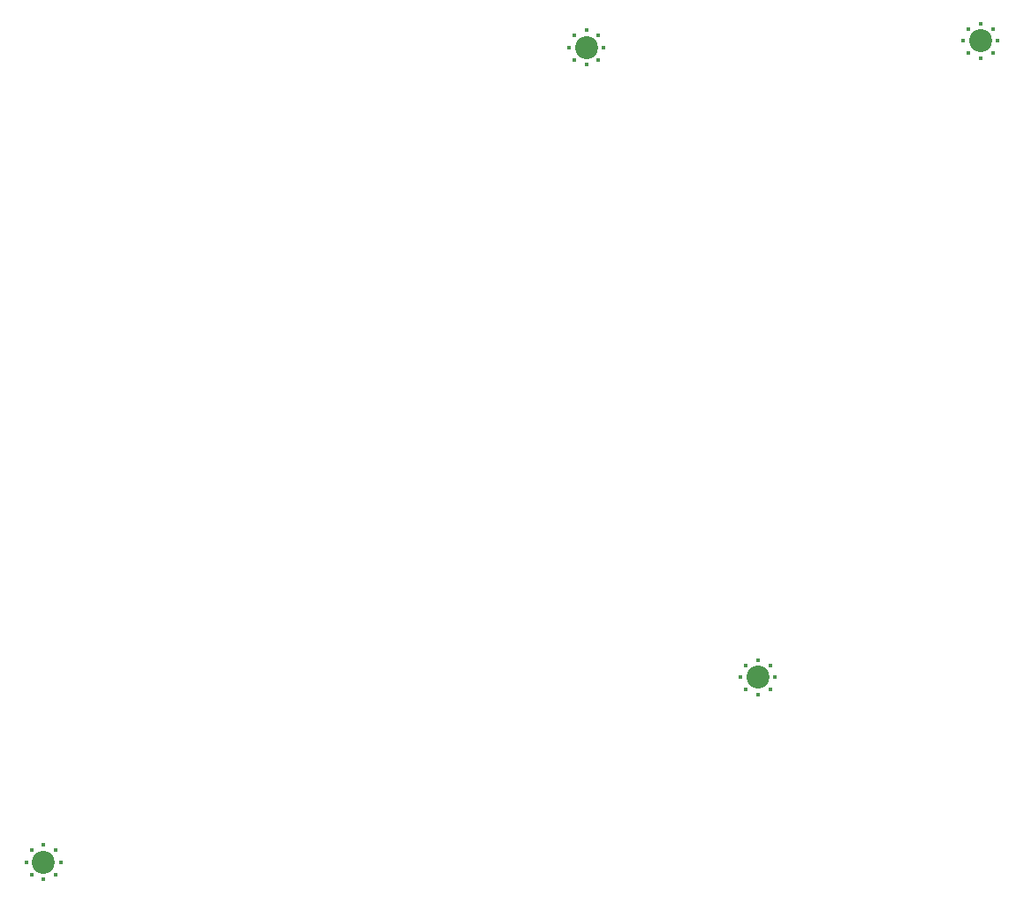
<source format=gbr>
%TF.GenerationSoftware,KiCad,Pcbnew,9.0.2-9.0.2-0~ubuntu24.04.1*%
%TF.CreationDate,2025-07-03T20:23:08-04:00*%
%TF.ProjectId,top,746f702e-6b69-4636-9164-5f7063625858,rev?*%
%TF.SameCoordinates,Original*%
%TF.FileFunction,Plated,1,2,PTH,Drill*%
%TF.FilePolarity,Positive*%
%FSLAX46Y46*%
G04 Gerber Fmt 4.6, Leading zero omitted, Abs format (unit mm)*
G04 Created by KiCad (PCBNEW 9.0.2-9.0.2-0~ubuntu24.04.1) date 2025-07-03 20:23:08*
%MOMM*%
%LPD*%
G01*
G04 APERTURE LIST*
%TA.AperFunction,ComponentDrill*%
%ADD10C,0.400000*%
%TD*%
%TA.AperFunction,ComponentDrill*%
%ADD11C,2.200000*%
%TD*%
G04 APERTURE END LIST*
D10*
%TO.C,  *%
X85310000Y-141460000D03*
X85793274Y-140293274D03*
X85793274Y-142626726D03*
X86960000Y-139810000D03*
X86960000Y-143110000D03*
X88126726Y-140293274D03*
X88126726Y-142626726D03*
X88610000Y-141460000D03*
X137310000Y-63310000D03*
X137793274Y-62143274D03*
X137793274Y-64476726D03*
X138960000Y-61660000D03*
X138960000Y-64960000D03*
X140126726Y-62143274D03*
X140126726Y-64476726D03*
X140610000Y-63310000D03*
X153760000Y-123740000D03*
X154243274Y-122573274D03*
X154243274Y-124906726D03*
X155410000Y-122090000D03*
X155410000Y-125390000D03*
X156576726Y-122573274D03*
X156576726Y-124906726D03*
X157060000Y-123740000D03*
X175080000Y-62690000D03*
X175563274Y-61523274D03*
X175563274Y-63856726D03*
X176730000Y-61040000D03*
X176730000Y-64340000D03*
X177896726Y-61523274D03*
X177896726Y-63856726D03*
X178380000Y-62690000D03*
D11*
X86960000Y-141460000D03*
X138960000Y-63310000D03*
X155410000Y-123740000D03*
X176730000Y-62690000D03*
M02*

</source>
